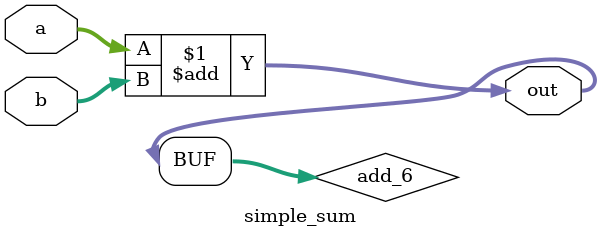
<source format=v>
module simple_sum(
  input wire [31:0] a,
  input wire [31:0] b,
  output wire [31:0] out
);
  wire [31:0] add_6;
  assign add_6 = a + b;
  assign out = add_6;
endmodule

</source>
